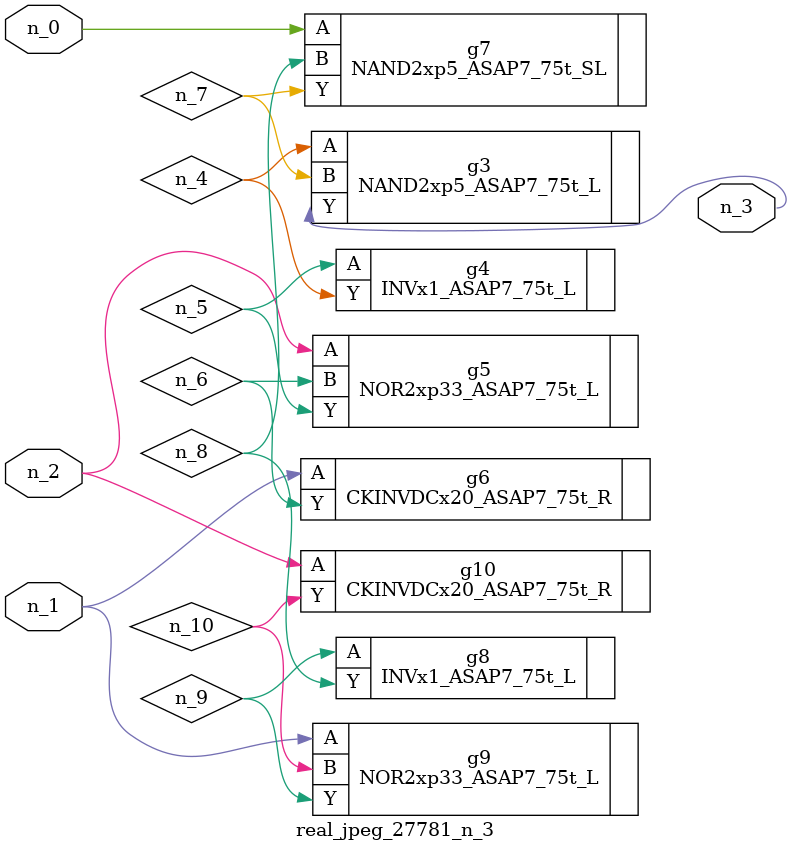
<source format=v>
module real_jpeg_27781_n_3 (n_1, n_0, n_2, n_3);

input n_1;
input n_0;
input n_2;

output n_3;

wire n_5;
wire n_8;
wire n_4;
wire n_6;
wire n_7;
wire n_10;
wire n_9;

NAND2xp5_ASAP7_75t_SL g7 ( 
.A(n_0),
.B(n_8),
.Y(n_7)
);

CKINVDCx20_ASAP7_75t_R g6 ( 
.A(n_1),
.Y(n_6)
);

NOR2xp33_ASAP7_75t_L g9 ( 
.A(n_1),
.B(n_10),
.Y(n_9)
);

NOR2xp33_ASAP7_75t_L g5 ( 
.A(n_2),
.B(n_6),
.Y(n_5)
);

CKINVDCx20_ASAP7_75t_R g10 ( 
.A(n_2),
.Y(n_10)
);

NAND2xp5_ASAP7_75t_L g3 ( 
.A(n_4),
.B(n_7),
.Y(n_3)
);

INVx1_ASAP7_75t_L g4 ( 
.A(n_5),
.Y(n_4)
);

INVx1_ASAP7_75t_L g8 ( 
.A(n_9),
.Y(n_8)
);


endmodule
</source>
